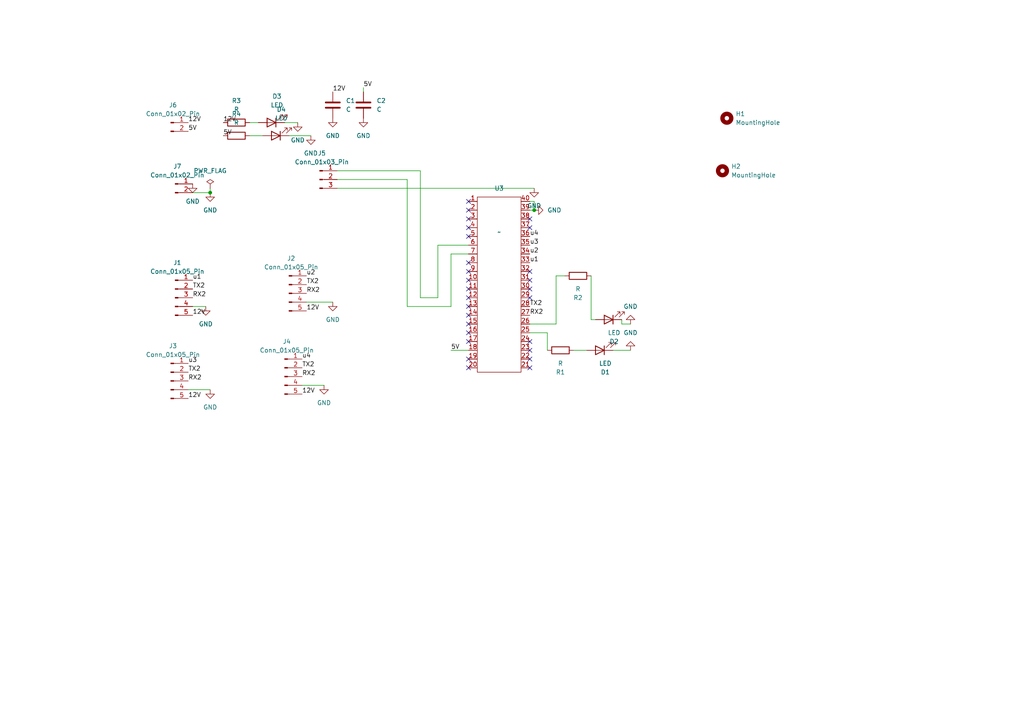
<source format=kicad_sch>
(kicad_sch (version 20230121) (generator eeschema)
  (paper "A4")
  (lib_symbols
    (symbol "Connector:Conn_01x02_Pin" (pin_names (offset 1.016) hide)
      (property "Reference" "J" (at 0 2.54 0))
      (property "Value" "Conn_01x02_Pin" (at 0 -5.08 0))
      (symbol "Conn_01x02_Pin_1_1"
        (polyline (pts (xy 1.27 -2.54) (xy 0.8636 -2.54)) (stroke (width 0.1524)))
        (polyline (pts (xy 1.27 0) (xy 0.8636 0)) (stroke (width 0.1524)))
        (rectangle (start 0.8636 -2.413) (end 0 -2.667) (stroke (width 0.1524)) (fill (type outline)))
        (rectangle (start 0.8636 0.127) (end 0 -0.127) (stroke (width 0.1524)) (fill (type outline)))
        (pin passive line (at 5.08 0 180) (length 3.81) (name "Pin_1") (number "1"))
        (pin passive line (at 5.08 -2.54 180) (length 3.81) (name "Pin_2") (number "2"))
      )
    )
    (symbol "Connector:Conn_01x03_Pin" (pin_names (offset 1.016) hide)
      (property "Reference" "J" (at 0 5.08 0))
      (property "Value" "Conn_01x03_Pin" (at 0 -5.08 0))
      (symbol "Conn_01x03_Pin_1_1"
        (polyline (pts (xy 1.27 -2.54) (xy 0.8636 -2.54)) (stroke (width 0.1524)))
        (polyline (pts (xy 1.27 0) (xy 0.8636 0)) (stroke (width 0.1524)))
        (polyline (pts (xy 1.27 2.54) (xy 0.8636 2.54)) (stroke (width 0.1524)))
        (rectangle (start 0.8636 -2.413) (end 0 -2.667) (stroke (width 0.1524)) (fill (type outline)))
        (rectangle (start 0.8636 0.127) (end 0 -0.127) (stroke (width 0.1524)) (fill (type outline)))
        (rectangle (start 0.8636 2.667) (end 0 2.413) (stroke (width 0.1524)) (fill (type outline)))
        (pin passive line (at 5.08 2.54 180) (length 3.81) (name "Pin_1") (number "1"))
        (pin passive line (at 5.08 0 180) (length 3.81) (name "Pin_2") (number "2"))
        (pin passive line (at 5.08 -2.54 180) (length 3.81) (name "Pin_3") (number "3"))
      )
    )
    (symbol "Connector:Conn_01x05_Pin" (pin_names (offset 1.016) hide)
      (property "Reference" "J" (at 0 7.62 0))
      (property "Value" "Conn_01x05_Pin" (at 0 -7.62 0))
      (symbol "Conn_01x05_Pin_1_1"
        (polyline (pts (xy 1.27 -5.08) (xy 0.8636 -5.08)) (stroke (width 0.1524)))
        (polyline (pts (xy 1.27 -2.54) (xy 0.8636 -2.54)) (stroke (width 0.1524)))
        (polyline (pts (xy 1.27 0) (xy 0.8636 0)) (stroke (width 0.1524)))
        (polyline (pts (xy 1.27 2.54) (xy 0.8636 2.54)) (stroke (width 0.1524)))
        (polyline (pts (xy 1.27 5.08) (xy 0.8636 5.08)) (stroke (width 0.1524)))
        (rectangle (start 0.8636 -4.953) (end 0 -5.207) (stroke (width 0.1524)) (fill (type outline)))
        (rectangle (start 0.8636 -2.413) (end 0 -2.667) (stroke (width 0.1524)) (fill (type outline)))
        (rectangle (start 0.8636 0.127) (end 0 -0.127) (stroke (width 0.1524)) (fill (type outline)))
        (rectangle (start 0.8636 2.667) (end 0 2.413) (stroke (width 0.1524)) (fill (type outline)))
        (rectangle (start 0.8636 5.207) (end 0 4.953) (stroke (width 0.1524)) (fill (type outline)))
        (pin passive line (at 5.08 5.08 180) (length 3.81) (name "Pin_1") (number "1"))
        (pin passive line (at 5.08 2.54 180) (length 3.81) (name "Pin_2") (number "2"))
        (pin passive line (at 5.08 0 180) (length 3.81) (name "Pin_3") (number "3"))
        (pin passive line (at 5.08 -2.54 180) (length 3.81) (name "Pin_4") (number "4"))
        (pin passive line (at 5.08 -5.08 180) (length 3.81) (name "Pin_5") (number "5"))
      )
    )
    (symbol "Device:C" (pin_numbers hide) (pin_names (offset 0.254))
      (property "Reference" "C" (at 0.635 2.54 0))
      (property "Value" "C" (at 0.635 -2.54 0))
      (symbol "C_0_1"
        (polyline (pts (xy -2.032 -0.762) (xy 2.032 -0.762)) (stroke (width 0.508)))
        (polyline (pts (xy -2.032 0.762) (xy 2.032 0.762)) (stroke (width 0.508)))
      )
      (symbol "C_1_1"
        (pin passive line (at 0 3.81 270) (length 2.794) (name "~") (number "1"))
        (pin passive line (at 0 -3.81 90) (length 2.794) (name "~") (number "2"))
      )
    )
    (symbol "Device:LED" (pin_numbers hide) (pin_names (offset 1.016) hide)
      (property "Reference" "D" (at 0 2.54 0))
      (property "Value" "LED" (at 0 -2.54 0))
      (symbol "LED_0_1"
        (polyline (pts (xy -1.27 -1.27) (xy -1.27 1.27)) (stroke (width 0.254)))
        (polyline (pts (xy -1.27 0) (xy 1.27 0)))
        (polyline (pts (xy 1.27 -1.27) (xy 1.27 1.27) (xy -1.27 0) (xy 1.27 -1.27)) (stroke (width 0.254)))
        (polyline (pts (xy -3.048 -0.762) (xy -4.572 -2.286) (xy -3.81 -2.286) (xy -4.572 -2.286) (xy -4.572 -1.524)))
        (polyline (pts (xy -1.778 -0.762) (xy -3.302 -2.286) (xy -2.54 -2.286) (xy -3.302 -2.286) (xy -3.302 -1.524)))
      )
      (symbol "LED_1_1"
        (pin passive line (at -3.81 0 0) (length 2.54) (name "K") (number "1"))
        (pin passive line (at 3.81 0 180) (length 2.54) (name "A") (number "2"))
      )
    )
    (symbol "Device:R" (pin_numbers hide) (pin_names (offset 0))
      (property "Reference" "R" (at 2.032 0 90))
      (property "Value" "R" (at 0 0 90))
      (symbol "R_0_1"
        (rectangle (start -1.016 -2.54) (end 1.016 2.54) (stroke (width 0.254)))
      )
      (symbol "R_1_1"
        (pin passive line (at 0 3.81 270) (length 1.27) (name "~") (number "1"))
        (pin passive line (at 0 -3.81 90) (length 1.27) (name "~") (number "2"))
      )
    )
    (symbol "Mechanical:MountingHole" (pin_names (offset 1.016))
      (property "Reference" "H" (at 0 5.08 0))
      (property "Value" "MountingHole" (at 0 3.175 0))
      (symbol "MountingHole_0_1"
        (circle (center 0 0) (radius 1.27) (stroke (width 1.27)))
      )
    )
    (symbol "bluepill:U"
      (property "Reference" "U" (at 0 10.16 0))
      (symbol "U_0_1"
        (rectangle (start -6.35 10.16) (end 6.35 -40.64))
      )
      (symbol "U_1_1"
        (pin input line (at -8.89 8.89 0) (length 2.54) (name "") (number "1"))
        (pin input line (at -8.89 -13.97 0) (length 2.54) (name "") (number "10"))
        (pin input line (at -8.89 -16.51 0) (length 2.54) (name "") (number "11"))
        (pin input line (at -8.89 -19.05 0) (length 2.54) (name "") (number "12"))
        (pin input line (at -8.89 -21.59 0) (length 2.54) (name "") (number "13"))
        (pin input line (at -8.89 -24.13 0) (length 2.54) (name "") (number "14"))
        (pin input line (at -8.89 -26.67 0) (length 2.54) (name "") (number "15"))
        (pin input line (at -8.89 -29.21 0) (length 2.54) (name "") (number "16"))
        (pin input line (at -8.89 -31.75 0) (length 2.54) (name "") (number "17"))
        (pin input line (at -8.89 -34.29 0) (length 2.54) (name "") (number "18"))
        (pin input line (at -8.89 -36.83 0) (length 2.54) (name "") (number "19"))
        (pin input line (at -8.89 6.35 0) (length 2.54) (name "") (number "2"))
        (pin input line (at -8.89 -39.37 0) (length 2.54) (name "") (number "20"))
        (pin input line (at 8.89 -39.37 180) (length 2.54) (name "") (number "21"))
        (pin input line (at 8.89 -36.83 180) (length 2.54) (name "") (number "22"))
        (pin input line (at 8.89 -34.29 180) (length 2.54) (name "") (number "23"))
        (pin input line (at 8.89 -31.75 180) (length 2.54) (name "") (number "24"))
        (pin input line (at 8.89 -29.21 180) (length 2.54) (name "") (number "25"))
        (pin input line (at 8.89 -26.67 180) (length 2.54) (name "") (number "26"))
        (pin input line (at 8.89 -24.13 180) (length 2.54) (name "") (number "27"))
        (pin input line (at 8.89 -21.59 180) (length 2.54) (name "") (number "28"))
        (pin input line (at 8.89 -19.05 180) (length 2.54) (name "") (number "29"))
        (pin input line (at -8.89 3.81 0) (length 2.54) (name "") (number "3"))
        (pin input line (at 8.89 -16.51 180) (length 2.54) (name "") (number "30"))
        (pin input line (at 8.89 -13.97 180) (length 2.54) (name "") (number "31"))
        (pin input line (at 8.89 -11.43 180) (length 2.54) (name "") (number "32"))
        (pin input line (at 8.89 -8.89 180) (length 2.54) (name "") (number "33"))
        (pin input line (at 8.89 -6.35 180) (length 2.54) (name "") (number "34"))
        (pin input line (at 8.89 -3.81 180) (length 2.54) (name "") (number "35"))
        (pin input line (at 8.89 -1.27 180) (length 2.54) (name "") (number "36"))
        (pin input line (at 8.89 1.27 180) (length 2.54) (name "") (number "37"))
        (pin input line (at 8.89 3.81 180) (length 2.54) (name "") (number "38"))
        (pin input line (at 8.89 6.35 180) (length 2.54) (name "") (number "39"))
        (pin input line (at -8.89 1.27 0) (length 2.54) (name "") (number "4"))
        (pin input line (at 8.89 8.89 180) (length 2.54) (name "") (number "40"))
        (pin input line (at -8.89 -1.27 0) (length 2.54) (name "") (number "5"))
        (pin input line (at -8.89 -3.81 0) (length 2.54) (name "") (number "6"))
        (pin input line (at -8.89 -6.35 0) (length 2.54) (name "") (number "7"))
        (pin input line (at -8.89 -8.89 0) (length 2.54) (name "") (number "8"))
        (pin input line (at -8.89 -11.43 0) (length 2.54) (name "") (number "9"))
      )
    )
    (symbol "power:GND" (power) (pin_names (offset 0))
      (property "Value" "GND" (at 0 -3.81 0))
      (symbol "GND_0_1"
        (polyline (pts (xy 0 0) (xy 0 -1.27) (xy 1.27 -1.27) (xy 0 -2.54) (xy -1.27 -1.27) (xy 0 -1.27)))
      )
      (symbol "GND_1_1"
        (pin power_in line (at 0 0 270) (length 0) hide (name "GND") (number "1"))
      )
    )
    (symbol "power:PWR_FLAG" (power) (pin_numbers hide) (pin_names (offset 0) hide)
      (property "Value" "PWR_FLAG" (at 0 3.81 0))
      (symbol "PWR_FLAG_0_0"
        (pin power_out line (at 0 0 90) (length 0) (name "pwr") (number "1"))
      )
      (symbol "PWR_FLAG_0_1"
        (polyline (pts (xy 0 0) (xy 0 1.27) (xy -1.016 1.905) (xy 0 2.54) (xy 1.016 1.905) (xy 0 1.27)))
      )
    )
  )
  (junction (at 60.96 55.88))
  (junction (at 154.94 60.96))
  (no_connect (at 153.67 86.36))
  (no_connect (at 135.89 78.74))
  (no_connect (at 153.67 101.6))
  (no_connect (at 153.67 104.14))
  (no_connect (at 135.89 104.14))
  (no_connect (at 153.67 78.74))
  (no_connect (at 135.89 76.2))
  (no_connect (at 153.67 81.28))
  (no_connect (at 135.89 58.42))
  (no_connect (at 135.89 91.44))
  (no_connect (at 135.89 86.36))
  (no_connect (at 135.89 81.28))
  (no_connect (at 135.89 83.82))
  (no_connect (at 135.89 106.68))
  (no_connect (at 135.89 63.5))
  (no_connect (at 153.67 63.5))
  (no_connect (at 135.89 88.9))
  (no_connect (at 153.67 99.06))
  (no_connect (at 135.89 60.96))
  (no_connect (at 135.89 66.04))
  (no_connect (at 153.67 83.82))
  (no_connect (at 135.89 93.98))
  (no_connect (at 135.89 96.52))
  (no_connect (at 135.89 68.58))
  (no_connect (at 153.67 106.68))
  (no_connect (at 135.89 99.06))
  (no_connect (at 153.67 66.04))
  (wire (pts (xy 130.81 88.9) (xy 130.81 73.66)))
  (wire (pts (xy 121.92 49.53) (xy 121.92 86.36)))
  (wire (pts (xy 121.92 86.36) (xy 127 86.36)))
  (wire (pts (xy 93.98 111.76) (xy 87.63 111.76)))
  (wire (pts (xy 118.11 88.9) (xy 130.81 88.9)))
  (wire (pts (xy 74.93 35.56) (xy 72.39 35.56)))
  (wire (pts (xy 96.52 87.63) (xy 88.9 87.63)))
  (wire (pts (xy 163.83 80.01) (xy 161.29 80.01)))
  (wire (pts (xy 97.79 49.53) (xy 121.92 49.53)))
  (wire (pts (xy 170.18 101.6) (xy 166.37 101.6)))
  (wire (pts (xy 97.79 54.61) (xy 154.94 54.61)))
  (wire (pts (xy 182.88 101.6) (xy 177.8 101.6)))
  (wire (pts (xy 154.94 60.96) (xy 154.94 58.42)))
  (wire (pts (xy 60.96 113.03) (xy 54.61 113.03)))
  (wire (pts (xy 180.34 93.98) (xy 182.88 93.98)))
  (wire (pts (xy 161.29 93.98) (xy 153.67 93.98)))
  (wire (pts (xy 130.81 101.6) (xy 135.89 101.6)))
  (wire (pts (xy 97.79 52.07) (xy 118.11 52.07)))
  (wire (pts (xy 130.81 73.66) (xy 135.89 73.66)))
  (wire (pts (xy 158.75 96.52) (xy 153.67 96.52)))
  (wire (pts (xy 171.45 92.71) (xy 172.72 92.71)))
  (wire (pts (xy 127 86.36) (xy 127 71.12)))
  (wire (pts (xy 153.67 60.96) (xy 154.94 60.96)))
  (wire (pts (xy 86.36 35.56) (xy 82.55 35.56)))
  (wire (pts (xy 171.45 80.01) (xy 171.45 92.71)))
  (wire (pts (xy 105.41 25.4) (xy 105.41 26.67)))
  (wire (pts (xy 154.94 58.42) (xy 153.67 58.42)))
  (wire (pts (xy 60.96 55.88) (xy 55.88 55.88)))
  (wire (pts (xy 127 71.12) (xy 135.89 71.12)))
  (wire (pts (xy 180.34 93.98) (xy 180.34 92.71)))
  (wire (pts (xy 76.2 39.37) (xy 72.39 39.37)))
  (wire (pts (xy 59.69 88.9) (xy 55.88 88.9)))
  (wire (pts (xy 90.17 39.37) (xy 83.82 39.37)))
  (wire (pts (xy 60.96 54.61) (xy 60.96 55.88)))
  (wire (pts (xy 158.75 101.6) (xy 158.75 96.52)))
  (wire (pts (xy 118.11 52.07) (xy 118.11 88.9)))
  (wire (pts (xy 161.29 80.01) (xy 161.29 93.98)))
  (label "TX2" (at 153.67 88.9 0))
  (label "RX2" (at 88.9 85.09 0))
  (label "u1" (at 55.88 81.28 0))
  (label "5V" (at 64.77 39.37 0))
  (label "RX2" (at 87.63 109.22 0))
  (label "TX2" (at 54.61 107.95 0))
  (label "12V" (at 96.52 26.67 0))
  (label "5V" (at 130.81 101.6 0))
  (label "u4" (at 87.63 104.14 0))
  (label "u3" (at 153.67 71.12 0))
  (label "u2" (at 153.67 73.66 0))
  (label "RX2" (at 54.61 110.49 0))
  (label "5V" (at 54.61 38.1 0))
  (label "TX2" (at 88.9 82.55 0))
  (label "12V" (at 64.77 35.56 0))
  (label "12V" (at 54.61 115.57 0))
  (label "12V" (at 55.88 91.44 0))
  (label "RX2" (at 55.88 86.36 0))
  (label "12V" (at 54.61 35.56 0))
  (label "TX2" (at 87.63 106.68 0))
  (label "TX2" (at 55.88 83.82 0))
  (label "12V" (at 88.9 90.17 0))
  (label "u1" (at 153.67 76.2 0))
  (label "u2" (at 88.9 80.01 0))
  (label "RX2" (at 153.67 91.44 0))
  (label "u4" (at 153.67 68.58 0))
  (label "12V" (at 87.63 114.3 0))
  (label "5V" (at 105.41 25.4 0))
  (label "u3" (at 54.61 105.41 0))
  (symbol (lib_id "Connector:Conn_01x03_Pin") (at 92.71 52.07 0) (unit 1)
    (property "Reference" "J5" (at 93.345 44.45 0))
    (property "Value" "Conn_01x03_Pin" (at 93.345 46.99 0))
    (property "Footprint" "JST_1x03:jst_1x03" (effects hide))
  )
  (symbol (lib_id "power:GND") (at 93.98 111.76 0) (unit 1)
    (property "Reference" "#PWR04" (effects hide))
    (property "Value" "GND" (at 93.98 116.84 0))
  )
  (symbol (lib_id "power:GND") (at 96.52 87.63 0) (unit 1)
    (property "Reference" "#PWR05" (effects hide))
    (property "Value" "GND" (at 96.52 92.71 0))
  )
  (symbol (lib_id "Mechanical:MountingHole") (at 210.82 34.29 0) (unit 1)
    (property "Reference" "H1" (at 213.36 33.02 0) (effects (justify left)))
    (property "Value" "MountingHole" (at 213.36 35.56 0) (effects (justify left)))
    (property "Footprint" "MountingHole:MountingHole_3mm" (effects hide))
  )
  (symbol (lib_id "power:GND") (at 96.52 34.29 0) (unit 1)
    (property "Reference" "#PWR011" (effects hide))
    (property "Value" "GND" (at 96.52 39.37 0))
  )
  (symbol (lib_id "Device:C") (at 96.52 30.48 0) (unit 1)
    (property "Reference" "C1" (at 100.33 29.21 0) (effects (justify left)))
    (property "Value" "C" (at 100.33 31.75 0) (effects (justify left)))
    (property "Footprint" "MY_LIB:Capacitor_10uF" (effects hide))
  )
  (symbol (lib_id "power:GND") (at 154.94 60.96 90) (unit 1)
    (property "Reference" "#PWR014" (effects hide))
    (property "Value" "GND" (at 158.75 60.96 90) (effects (justify right)))
  )
  (symbol (lib_id "Device:R") (at 68.58 35.56 90) (unit 1)
    (property "Reference" "R3" (at 68.58 29.21 90))
    (property "Value" "R" (at 68.58 31.75 90))
    (property "Footprint" "MY_LIB:Resistor_small" (effects hide))
  )
  (symbol (lib_id "Device:R") (at 167.64 80.01 270) (unit 1)
    (property "Reference" "R2" (at 167.64 86.36 90))
    (property "Value" "R" (at 167.64 83.82 90))
    (property "Footprint" "MY_LIB:Resistor_small" (effects hide))
  )
  (symbol (lib_id "Connector:Conn_01x02_Pin") (at 50.8 53.34 0) (unit 1)
    (property "Reference" "J7" (at 51.435 48.26 0))
    (property "Value" "Conn_01x02_Pin" (at 51.435 50.8 0))
    (property "Footprint" "MY_LIB:Connector_Bornier_2" (effects hide))
  )
  (symbol (lib_id "Device:LED") (at 173.99 101.6 180) (unit 1)
    (property "Reference" "D1" (at 175.5775 107.95 0))
    (property "Value" "LED" (at 175.5775 105.41 0))
    (property "Footprint" "MY_LIB:LED_D3.0mm" (effects hide))
  )
  (symbol (lib_id "Device:R") (at 68.58 39.37 90) (unit 1)
    (property "Reference" "R4" (at 68.58 33.02 90))
    (property "Value" "R" (at 68.58 35.56 90))
    (property "Footprint" "MY_LIB:Resistor_small" (effects hide))
  )
  (symbol (lib_id "Device:LED") (at 80.01 39.37 180) (unit 1)
    (property "Reference" "D4" (at 81.5975 31.75 0))
    (property "Value" "LED" (at 81.5975 34.29 0))
    (property "Footprint" "MY_LIB:LED_D3.0mm" (effects hide))
  )
  (symbol (lib_id "power:GND") (at 182.88 93.98 180) (unit 1)
    (property "Reference" "#PWR08" (effects hide))
    (property "Value" "GND" (at 182.88 88.9 0))
  )
  (symbol (lib_id "Connector:Conn_01x05_Pin") (at 83.82 85.09 0) (unit 1)
    (property "Reference" "J2" (at 84.455 74.93 0))
    (property "Value" "Conn_01x05_Pin" (at 84.455 77.47 0))
    (property "Footprint" "JST_1X05:jst_1x05" (effects hide))
  )
  (symbol (lib_id "power:GND") (at 182.88 101.6 180) (unit 1)
    (property "Reference" "#PWR07" (effects hide))
    (property "Value" "GND" (at 182.88 96.52 0))
  )
  (symbol (lib_id "Device:LED") (at 176.53 92.71 180) (unit 1)
    (property "Reference" "D2" (at 178.1175 99.06 0))
    (property "Value" "LED" (at 178.1175 96.52 0))
    (property "Footprint" "MY_LIB:LED_D3.0mm" (effects hide))
  )
  (symbol (lib_id "power:PWR_FLAG") (at 60.96 54.61 0) (unit 1)
    (property "Reference" "#FLG03" (effects hide))
    (property "Value" "PWR_FLAG" (at 60.96 49.53 0))
  )
  (symbol (lib_id "Mechanical:MountingHole") (at 209.55 49.53 0) (unit 1)
    (property "Reference" "H2" (at 212.09 48.26 0) (effects (justify left)))
    (property "Value" "MountingHole" (at 212.09 50.8 0) (effects (justify left)))
    (property "Footprint" "MountingHole:MountingHole_3mm" (effects hide))
  )
  (symbol (lib_id "Device:LED") (at 78.74 35.56 180) (unit 1)
    (property "Reference" "D3" (at 80.3275 27.94 0))
    (property "Value" "LED" (at 80.3275 30.48 0))
    (property "Footprint" "MY_LIB:LED_D3.0mm" (effects hide))
  )
  (symbol (lib_id "Connector:Conn_01x05_Pin") (at 49.53 110.49 0) (unit 1)
    (property "Reference" "J3" (at 50.165 100.33 0))
    (property "Value" "Conn_01x05_Pin" (at 50.165 102.87 0))
    (property "Footprint" "JST_1X05:jst_1x05" (effects hide))
  )
  (symbol (lib_id "power:GND") (at 55.88 53.34 0) (unit 1)
    (property "Reference" "#PWR01" (effects hide))
    (property "Value" "GND" (at 55.88 58.42 0))
  )
  (symbol (lib_id "Device:R") (at 162.56 101.6 270) (unit 1)
    (property "Reference" "R1" (at 162.56 107.95 90))
    (property "Value" "R" (at 162.56 105.41 90))
    (property "Footprint" "MY_LIB:Resistor_small" (effects hide))
  )
  (symbol (lib_id "Connector:Conn_01x05_Pin") (at 50.8 86.36 0) (unit 1)
    (property "Reference" "J1" (at 51.435 76.2 0))
    (property "Value" "Conn_01x05_Pin" (at 51.435 78.74 0))
    (property "Footprint" "JST_1X05:jst_1x05" (effects hide))
  )
  (symbol (lib_id "power:GND") (at 59.69 88.9 0) (unit 1)
    (property "Reference" "#PWR02" (effects hide))
    (property "Value" "GND" (at 59.69 93.98 0))
  )
  (symbol (lib_id "Connector:Conn_01x02_Pin") (at 49.53 35.56 0) (unit 1)
    (property "Reference" "J6" (at 50.165 30.48 0))
    (property "Value" "Conn_01x02_Pin" (at 50.165 33.02 0))
    (property "Footprint" "MY_LIB:Connector_Bornier_2" (effects hide))
  )
  (symbol (lib_id "power:GND") (at 105.41 34.29 0) (unit 1)
    (property "Reference" "#PWR012" (effects hide))
    (property "Value" "GND" (at 105.41 39.37 0))
  )
  (symbol (lib_id "power:GND") (at 154.94 54.61 0) (unit 1)
    (property "Reference" "#PWR013" (effects hide))
    (property "Value" "GND" (at 154.94 59.69 0))
  )
  (symbol (lib_id "Device:C") (at 105.41 30.48 0) (unit 1)
    (property "Reference" "C2" (at 109.22 29.21 0) (effects (justify left)))
    (property "Value" "C" (at 109.22 31.75 0) (effects (justify left)))
    (property "Footprint" "MY_LIB:Capacitor_10uF" (effects hide))
  )
  (symbol (lib_id "power:GND") (at 90.17 39.37 0) (unit 1)
    (property "Reference" "#PWR010" (effects hide))
    (property "Value" "GND" (at 90.17 44.45 0))
  )
  (symbol (lib_id "power:GND") (at 86.36 35.56 0) (unit 1)
    (property "Reference" "#PWR09" (effects hide))
    (property "Value" "GND" (at 86.36 40.64 0))
  )
  (symbol (lib_id "power:GND") (at 60.96 113.03 0) (unit 1)
    (property "Reference" "#PWR03" (effects hide))
    (property "Value" "GND" (at 60.96 118.11 0))
  )
  (symbol (lib_id "Connector:Conn_01x05_Pin") (at 82.55 109.22 0) (unit 1)
    (property "Reference" "J4" (at 83.185 99.06 0))
    (property "Value" "Conn_01x05_Pin" (at 83.185 101.6 0))
    (property "Footprint" "JST_1X05:jst_1x05" (effects hide))
  )
  (symbol (lib_id "power:GND") (at 60.96 55.88 0) (unit 1)
    (property "Reference" "#PWR06" (effects hide))
    (property "Value" "GND" (at 60.96 60.96 0))
  )
  (symbol (lib_id "bluepill:U") (at 144.78 67.31 0) (unit 1)
    (property "Reference" "U3" (at 144.78 54.61 0))
    (property "Value" "~" (at 144.78 67.31 0))
    (property "Footprint" "bluepill:bluepill" (effects hide))
  )
)
</source>
